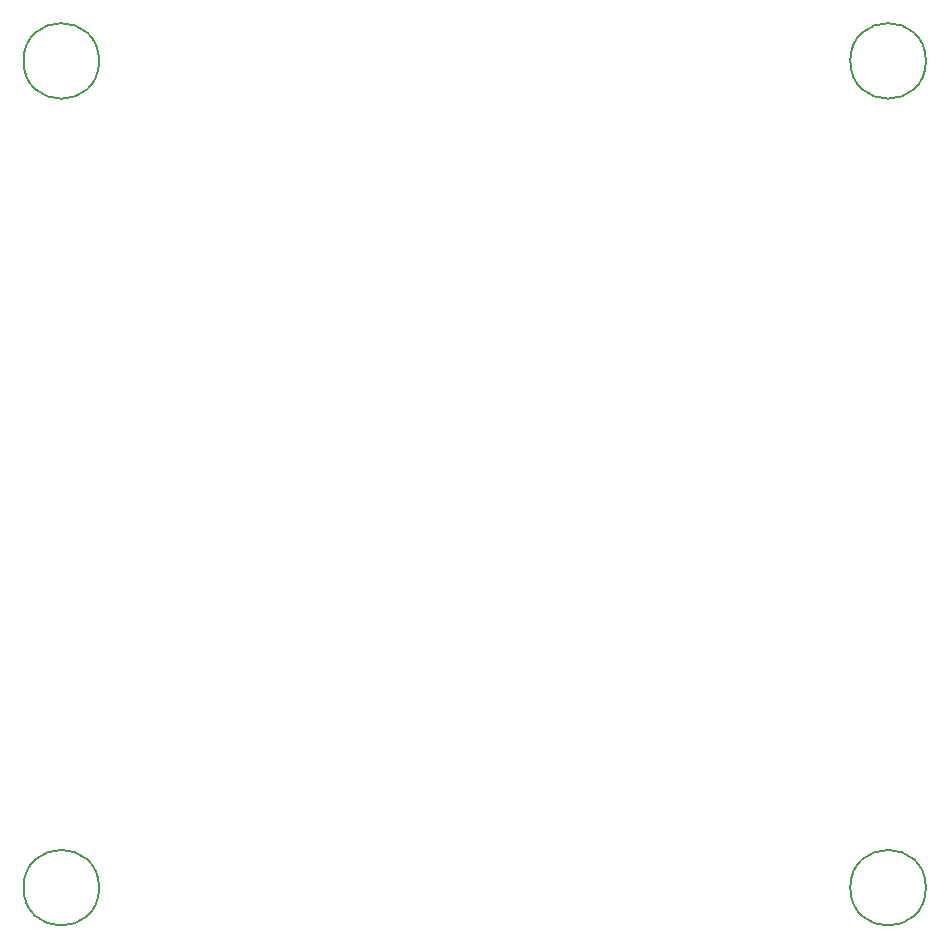
<source format=gbr>
%TF.GenerationSoftware,KiCad,Pcbnew,8.0.5*%
%TF.CreationDate,2024-09-30T23:59:36-04:00*%
%TF.ProjectId,TPA3122D2_Amplifier_lcsc,54504133-3132-4324-9432-5f416d706c69,rev?*%
%TF.SameCoordinates,Original*%
%TF.FileFunction,Other,Comment*%
%FSLAX46Y46*%
G04 Gerber Fmt 4.6, Leading zero omitted, Abs format (unit mm)*
G04 Created by KiCad (PCBNEW 8.0.5) date 2024-09-30 23:59:36*
%MOMM*%
%LPD*%
G01*
G04 APERTURE LIST*
%ADD10C,0.150000*%
G04 APERTURE END LIST*
D10*
%TO.C,H2*%
X178200000Y-125000000D02*
G75*
G02*
X171800000Y-125000000I-3200000J0D01*
G01*
X171800000Y-125000000D02*
G75*
G02*
X178200000Y-125000000I3200000J0D01*
G01*
%TO.C,H4*%
X178200000Y-55000000D02*
G75*
G02*
X171800000Y-55000000I-3200000J0D01*
G01*
X171800000Y-55000000D02*
G75*
G02*
X178200000Y-55000000I3200000J0D01*
G01*
%TO.C,H3*%
X108200000Y-55000000D02*
G75*
G02*
X101800000Y-55000000I-3200000J0D01*
G01*
X101800000Y-55000000D02*
G75*
G02*
X108200000Y-55000000I3200000J0D01*
G01*
%TO.C,H1*%
X108200000Y-125000000D02*
G75*
G02*
X101800000Y-125000000I-3200000J0D01*
G01*
X101800000Y-125000000D02*
G75*
G02*
X108200000Y-125000000I3200000J0D01*
G01*
%TD*%
M02*

</source>
